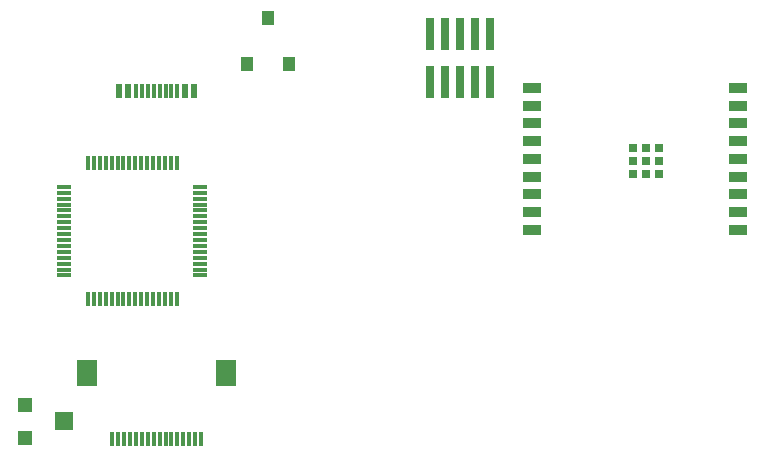
<source format=gtp>
G04*
G04 #@! TF.GenerationSoftware,Altium Limited,Altium Designer,22.7.1 (60)*
G04*
G04 Layer_Color=8421504*
%FSLAX25Y25*%
%MOIN*%
G70*
G04*
G04 #@! TF.SameCoordinates,C603BF2E-B12D-4F6D-87B7-6185641273B1*
G04*
G04*
G04 #@! TF.FilePolarity,Positive*
G04*
G01*
G75*
%ADD13R,0.05906X0.03543*%
%ADD14R,0.02756X0.02756*%
%ADD15R,0.07087X0.08661*%
%ADD16R,0.01181X0.05118*%
%ADD17R,0.04724X0.01181*%
%ADD18R,0.01181X0.04724*%
%ADD19R,0.03937X0.05118*%
%ADD20R,0.05906X0.06299*%
%ADD21R,0.04724X0.04724*%
%ADD22R,0.02913X0.10984*%
%ADD23R,0.01181X0.04528*%
%ADD24R,0.02362X0.04528*%
D13*
X340000Y556835D02*
D03*
Y562740D02*
D03*
Y568646D02*
D03*
Y574551D02*
D03*
Y580457D02*
D03*
Y586362D02*
D03*
Y592268D02*
D03*
Y598173D02*
D03*
Y604079D02*
D03*
X408898Y556835D02*
D03*
Y562740D02*
D03*
Y568646D02*
D03*
Y574551D02*
D03*
Y580457D02*
D03*
Y586362D02*
D03*
Y592268D02*
D03*
Y598173D02*
D03*
Y604079D02*
D03*
D14*
X378228Y579669D02*
D03*
Y575339D02*
D03*
X382559Y575339D02*
D03*
Y579669D02*
D03*
Y584000D02*
D03*
X378228D02*
D03*
X373898D02*
D03*
Y579669D02*
D03*
Y575339D02*
D03*
D15*
X191772Y509185D02*
D03*
X238228D02*
D03*
D16*
X229764Y486941D02*
D03*
X227795D02*
D03*
X225827D02*
D03*
X223858D02*
D03*
X221890D02*
D03*
X219921D02*
D03*
X217953D02*
D03*
X215984D02*
D03*
X214016D02*
D03*
X212047D02*
D03*
X210079D02*
D03*
X208110D02*
D03*
X206142D02*
D03*
X204173D02*
D03*
X202205D02*
D03*
X200236D02*
D03*
D17*
X184221Y541599D02*
D03*
Y543567D02*
D03*
Y545536D02*
D03*
Y547504D02*
D03*
Y549473D02*
D03*
Y551441D02*
D03*
Y553409D02*
D03*
Y555378D02*
D03*
Y557346D02*
D03*
Y559315D02*
D03*
Y561283D02*
D03*
Y563252D02*
D03*
Y565220D02*
D03*
Y567189D02*
D03*
Y569158D02*
D03*
Y571126D02*
D03*
X229496D02*
D03*
Y569158D02*
D03*
Y567189D02*
D03*
Y565220D02*
D03*
Y563252D02*
D03*
Y561283D02*
D03*
Y559315D02*
D03*
Y557346D02*
D03*
Y555378D02*
D03*
Y553409D02*
D03*
Y551441D02*
D03*
Y549473D02*
D03*
Y547504D02*
D03*
Y545536D02*
D03*
Y543567D02*
D03*
Y541599D02*
D03*
D18*
X192095Y579000D02*
D03*
X194063D02*
D03*
X196031D02*
D03*
X198000D02*
D03*
X199969D02*
D03*
X201937D02*
D03*
X203906D02*
D03*
X205874D02*
D03*
X207842D02*
D03*
X209811D02*
D03*
X211779D02*
D03*
X213748D02*
D03*
X215717D02*
D03*
X217685D02*
D03*
X219654D02*
D03*
X221622D02*
D03*
Y533724D02*
D03*
X219654D02*
D03*
X217685D02*
D03*
X215717D02*
D03*
X213748D02*
D03*
X211779D02*
D03*
X209811D02*
D03*
X207842D02*
D03*
X205874D02*
D03*
X203906D02*
D03*
X201937D02*
D03*
X199969D02*
D03*
X198000D02*
D03*
X196031D02*
D03*
X194063D02*
D03*
X192095D02*
D03*
D19*
X245220Y612000D02*
D03*
X259000D02*
D03*
X252110Y627354D02*
D03*
D20*
X184000Y493000D02*
D03*
D21*
X171205Y487488D02*
D03*
Y498512D02*
D03*
D22*
X306000Y622012D02*
D03*
X311000D02*
D03*
X316000D02*
D03*
X321000D02*
D03*
X326000D02*
D03*
Y605988D02*
D03*
X321000D02*
D03*
X316000D02*
D03*
X311000D02*
D03*
X306000D02*
D03*
D23*
X214016Y603043D02*
D03*
X212047D02*
D03*
X210079D02*
D03*
X208110D02*
D03*
X215984D02*
D03*
X217953D02*
D03*
X219921D02*
D03*
X221890D02*
D03*
D24*
X224449D02*
D03*
X227598D02*
D03*
X202402D02*
D03*
X205551D02*
D03*
M02*

</source>
